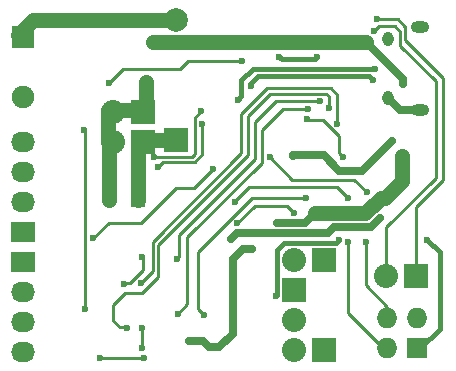
<source format=gbr>
G04 #@! TF.FileFunction,Copper,L2,Bot,Signal*
%FSLAX46Y46*%
G04 Gerber Fmt 4.6, Leading zero omitted, Abs format (unit mm)*
G04 Created by KiCad (PCBNEW 4.0.1-stable) date 24/03/2016 3:42:33 PM*
%MOMM*%
G01*
G04 APERTURE LIST*
%ADD10C,0.100000*%
%ADD11C,1.300000*%
%ADD12R,1.300000X1.300000*%
%ADD13C,1.998980*%
%ADD14R,1.998980X1.998980*%
%ADD15R,1.905000X1.905000*%
%ADD16C,1.905000*%
%ADD17R,2.032000X2.032000*%
%ADD18O,2.032000X2.032000*%
%ADD19O,0.950000X1.250000*%
%ADD20O,1.550000X1.000000*%
%ADD21R,2.032000X1.727200*%
%ADD22O,2.032000X1.727200*%
%ADD23R,1.727200X1.727200*%
%ADD24O,1.727200X1.727200*%
%ADD25C,0.600000*%
%ADD26C,0.635000*%
%ADD27C,1.270000*%
%ADD28C,0.400000*%
%ADD29C,0.250000*%
G04 APERTURE END LIST*
D10*
D11*
X87670000Y-111760000D03*
D12*
X90170000Y-111760000D03*
D13*
X93342460Y-96520000D03*
D14*
X93342460Y-106680000D03*
D15*
X80444800Y-97917000D03*
D16*
X80444800Y-102997000D03*
D17*
X105918000Y-124460000D03*
D18*
X103378000Y-124460000D03*
D19*
X111340460Y-103110300D03*
X111340460Y-98110300D03*
D20*
X114040460Y-104110300D03*
X114040460Y-97110300D03*
D21*
X80444800Y-114427000D03*
D22*
X80444800Y-111887000D03*
X80444800Y-109347000D03*
X80444800Y-106807000D03*
D23*
X113795000Y-124307600D03*
D24*
X111255000Y-124307600D03*
X113795000Y-121767600D03*
X111255000Y-121767600D03*
D17*
X105918000Y-116840000D03*
D18*
X103378000Y-116840000D03*
D21*
X80444800Y-116967000D03*
D22*
X80444800Y-119507000D03*
X80444800Y-122047000D03*
X80444800Y-124587000D03*
D17*
X113706100Y-118224300D03*
D18*
X111166100Y-118224300D03*
D17*
X103378000Y-119380000D03*
D18*
X103378000Y-121920000D03*
D17*
X90604800Y-106807000D03*
D18*
X88064800Y-106807000D03*
D17*
X90604800Y-104267000D03*
D18*
X88064800Y-104267000D03*
D25*
X112588500Y-101955600D03*
X91328700Y-98298000D03*
X112464800Y-107982000D03*
X105123440Y-112872520D03*
X101886498Y-113662460D03*
X111623300Y-106781600D03*
X103261620Y-108000800D03*
X102108000Y-99631500D03*
X105283000Y-99631500D03*
X94488000Y-123698000D03*
X99822000Y-115887500D03*
X85623400Y-120980200D03*
X85572600Y-105791000D03*
X110670800Y-113271300D03*
X98008900Y-115062000D03*
X114645900Y-115150900D03*
X90805000Y-101757598D03*
X107462780Y-108071920D03*
X104455420Y-104861360D03*
X98918220Y-99969320D03*
X87691420Y-101833680D03*
X103342900Y-112852200D03*
X98542300Y-113715800D03*
X107020820Y-105272840D03*
X90376200Y-118778020D03*
X106304540Y-103946960D03*
X89202720Y-122577860D03*
X105524760Y-103398320D03*
X93401340Y-116707920D03*
X104518920Y-104061260D03*
X93508020Y-121406920D03*
X99685300Y-102095300D03*
X110061200Y-101574600D03*
X110200900Y-100622100D03*
X98580400Y-103251000D03*
X95504000Y-104203500D03*
X91503500Y-108140500D03*
X95567500Y-105283000D03*
X91821000Y-108966000D03*
X96500140Y-109118400D03*
X86357920Y-114985800D03*
X107914800Y-115332000D03*
X107889800Y-111582000D03*
X98314800Y-111907000D03*
X101289800Y-108132000D03*
X109514800Y-111107000D03*
X109439800Y-115332000D03*
X104397000Y-111544100D03*
X95697500Y-121462800D03*
X107124500Y-115125500D03*
X101790500Y-119888000D03*
X110378700Y-96428560D03*
X110134860Y-97434400D03*
X90500200Y-122605800D03*
X90474800Y-124256800D03*
X88976200Y-118872000D03*
X90449400Y-116586000D03*
X90678000Y-125095000D03*
X86918800Y-125120400D03*
D26*
X112588500Y-101523800D02*
X112588500Y-101955600D01*
X109438900Y-98374200D02*
X112588500Y-101523800D01*
D27*
X91404900Y-98374200D02*
X109438900Y-98374200D01*
D26*
X91328700Y-98298000D02*
X91404900Y-98374200D01*
D27*
X105123440Y-112872520D02*
X109399280Y-112872520D01*
X112464800Y-110132000D02*
X112464800Y-107982000D01*
X111014800Y-111582000D02*
X112464800Y-110132000D01*
X110689800Y-111582000D02*
X111014800Y-111582000D01*
X109399280Y-112872520D02*
X110689800Y-111582000D01*
D26*
X104300480Y-113695480D02*
X105123440Y-112872520D01*
X101919518Y-113695480D02*
X104300480Y-113695480D01*
X101886498Y-113662460D02*
X101919518Y-113695480D01*
X114040460Y-104110300D02*
X112340460Y-104110300D01*
X112340460Y-104110300D02*
X111340460Y-103110300D01*
X109146800Y-109258100D02*
X111623300Y-106781600D01*
X107145280Y-109258100D02*
X109146800Y-109258100D01*
X105860040Y-107972860D02*
X107145280Y-109258100D01*
X103289560Y-107972860D02*
X105860040Y-107972860D01*
X103261620Y-108000800D02*
X103289560Y-107972860D01*
D28*
X102298500Y-99822000D02*
X102108000Y-99631500D01*
X105092500Y-99822000D02*
X102298500Y-99822000D01*
X105283000Y-99631500D02*
X105092500Y-99822000D01*
D26*
X95631000Y-123698000D02*
X94488000Y-123698000D01*
X96139000Y-124206000D02*
X95631000Y-123698000D01*
X97028000Y-124206000D02*
X96139000Y-124206000D01*
X98171000Y-123063000D02*
X97028000Y-124206000D01*
X98171000Y-116713000D02*
X98171000Y-123063000D01*
X99060000Y-115887500D02*
X98171000Y-116713000D01*
X99822000Y-115887500D02*
X99060000Y-115887500D01*
D29*
X85623400Y-105841800D02*
X85623400Y-120980200D01*
X85572600Y-105791000D02*
X85623400Y-105841800D01*
D26*
X109896100Y-114046000D02*
X110670800Y-113271300D01*
X106721100Y-114046000D02*
X109896100Y-114046000D01*
X106213100Y-114554000D02*
X106721100Y-114046000D01*
X98516900Y-114554000D02*
X106213100Y-114554000D01*
X98008900Y-115062000D02*
X98516900Y-114554000D01*
D28*
X113795000Y-124307600D02*
X114049000Y-124307600D01*
X114049000Y-124307600D02*
X115687300Y-122669300D01*
X115687300Y-122669300D02*
X115687300Y-116192300D01*
X115687300Y-116192300D02*
X114645900Y-115150900D01*
D27*
X90805000Y-101757598D02*
X90805000Y-103505000D01*
X90805000Y-103505000D02*
X90170000Y-104140000D01*
X87630000Y-104140000D02*
X90170000Y-104140000D01*
X87630000Y-106680000D02*
X87630000Y-104140000D01*
X87670000Y-111760000D02*
X87670000Y-106720000D01*
X87670000Y-106720000D02*
X87630000Y-106680000D01*
X90170000Y-106680000D02*
X93342460Y-106680000D01*
X90170000Y-111760000D02*
X90170000Y-106680000D01*
X93342460Y-96520000D02*
X81280000Y-96520000D01*
X81280000Y-96520000D02*
X80010000Y-97790000D01*
D29*
X107157980Y-107767120D02*
X107462780Y-108071920D01*
X107157980Y-106324400D02*
X107157980Y-107767120D01*
X105796540Y-104962960D02*
X107157980Y-106324400D01*
X104557020Y-104962960D02*
X105796540Y-104962960D01*
X104455420Y-104861360D02*
X104557020Y-104962960D01*
X94371620Y-99969320D02*
X98918220Y-99969320D01*
X93726460Y-100614480D02*
X94371620Y-99969320D01*
X88910620Y-100614480D02*
X93726460Y-100614480D01*
X87691420Y-101833680D02*
X88910620Y-100614480D01*
X102733300Y-112242600D02*
X103342900Y-112852200D01*
X100015500Y-112242600D02*
X102733300Y-112242600D01*
X98542300Y-113715800D02*
X100015500Y-112242600D01*
X107020820Y-102816660D02*
X107020820Y-105272840D01*
X106477260Y-102273100D02*
X107020820Y-102816660D01*
X101067060Y-102273100D02*
X106477260Y-102273100D01*
X98895360Y-104444800D02*
X101067060Y-102273100D01*
X98895360Y-107759500D02*
X98895360Y-104444800D01*
X91389660Y-115265200D02*
X98895360Y-107759500D01*
X91389660Y-117764560D02*
X91389660Y-115265200D01*
X90376200Y-118778020D02*
X91389660Y-117764560D01*
X106304540Y-102971600D02*
X106304540Y-103946960D01*
X106081020Y-102748080D02*
X106304540Y-102971600D01*
X101305820Y-102748080D02*
X106081020Y-102748080D01*
X99444000Y-104609900D02*
X101305820Y-102748080D01*
X99444000Y-107950000D02*
X99444000Y-104609900D01*
X91839662Y-115554338D02*
X99444000Y-107950000D01*
X91839662Y-118259438D02*
X91839662Y-115554338D01*
X90493040Y-119606060D02*
X91839662Y-118259438D01*
X89065560Y-119606060D02*
X90493040Y-119606060D01*
X88059720Y-120611900D02*
X89065560Y-119606060D01*
X88059720Y-121983500D02*
X88059720Y-120611900D01*
X88595660Y-122519440D02*
X88059720Y-121983500D01*
X89144300Y-122519440D02*
X88595660Y-122519440D01*
X89202720Y-122577860D02*
X89144300Y-122519440D01*
X101846840Y-103398320D02*
X105524760Y-103398320D01*
X100076460Y-105168700D02*
X101846840Y-103398320D01*
X100076460Y-108280200D02*
X100076460Y-105168700D01*
X93624860Y-114731800D02*
X100076460Y-108280200D01*
X93624860Y-116484400D02*
X93624860Y-114731800D01*
X93401340Y-116707920D02*
X93624860Y-116484400D01*
X102395480Y-104061260D02*
X104518920Y-104061260D01*
X100647960Y-105808780D02*
X102395480Y-104061260D01*
X100647960Y-108597700D02*
X100647960Y-105808780D01*
X94323360Y-114922300D02*
X100647960Y-108597700D01*
X94323360Y-120591580D02*
X94323360Y-114922300D01*
X93508020Y-121406920D02*
X94323360Y-120591580D01*
D28*
X99685300Y-101831702D02*
X99685300Y-102095300D01*
X100294900Y-101222102D02*
X99685300Y-101831702D01*
X109708702Y-101222102D02*
X100294900Y-101222102D01*
X110061200Y-101574600D02*
X109708702Y-101222102D01*
X99863100Y-100622100D02*
X110200900Y-100622100D01*
X98885200Y-101600000D02*
X99863100Y-100622100D01*
X98885200Y-102946200D02*
X98885200Y-101600000D01*
X98580400Y-103251000D02*
X98885200Y-102946200D01*
D29*
X94932500Y-104775000D02*
X95504000Y-104203500D01*
X94932500Y-107823000D02*
X94932500Y-104775000D01*
X94678500Y-108077000D02*
X94932500Y-107823000D01*
X91567000Y-108077000D02*
X94678500Y-108077000D01*
X91503500Y-108140500D02*
X91567000Y-108077000D01*
X95567500Y-107886500D02*
X95567500Y-105283000D01*
X94926998Y-108527002D02*
X95567500Y-107886500D01*
X92259998Y-108527002D02*
X94926998Y-108527002D01*
X91821000Y-108966000D02*
X92259998Y-108527002D01*
X94851680Y-110766860D02*
X96500140Y-109118400D01*
X93314980Y-110766860D02*
X94851680Y-110766860D01*
X90381280Y-113700560D02*
X93314980Y-110766860D01*
X87643160Y-113700560D02*
X90381280Y-113700560D01*
X86357920Y-114985800D02*
X87643160Y-113700560D01*
X111255000Y-124307600D02*
X110865400Y-124307600D01*
X110865400Y-124307600D02*
X107914800Y-121357000D01*
X107914800Y-121357000D02*
X107914800Y-115332000D01*
X107889800Y-111582000D02*
X106964800Y-110657000D01*
X106964800Y-110657000D02*
X99514800Y-110657000D01*
X99514800Y-110657000D02*
X98447171Y-111724629D01*
X98447171Y-111724629D02*
X98447171Y-111774629D01*
X98447171Y-111774629D02*
X98314800Y-111907000D01*
X111255000Y-121767600D02*
X111255000Y-120772200D01*
X103189800Y-110032000D02*
X101289800Y-108132000D01*
X108439800Y-110032000D02*
X103189800Y-110032000D01*
X109514800Y-111107000D02*
X108439800Y-110032000D01*
X109439800Y-118957000D02*
X109439800Y-115332000D01*
X111255000Y-120772200D02*
X109439800Y-118957000D01*
X99825000Y-111544100D02*
X104397000Y-111544100D01*
X95189500Y-116179600D02*
X99825000Y-111544100D01*
X95189500Y-120954800D02*
X95189500Y-116179600D01*
X95697500Y-121462800D02*
X95189500Y-120954800D01*
D28*
X106870500Y-115379500D02*
X107124500Y-115125500D01*
X102489000Y-115379500D02*
X106870500Y-115379500D01*
X101917500Y-115951000D02*
X102489000Y-115379500D01*
X101917500Y-119761000D02*
X101917500Y-115951000D01*
X101790500Y-119888000D02*
X101917500Y-119761000D01*
D29*
X113706100Y-118224300D02*
X113706100Y-112379760D01*
X112116060Y-96428560D02*
X110378700Y-96428560D01*
X112764182Y-97076682D02*
X112116060Y-96428560D01*
X112764182Y-98204442D02*
X112764182Y-97076682D01*
X116002260Y-101442520D02*
X112764182Y-98204442D01*
X116002260Y-110083600D02*
X116002260Y-101442520D01*
X113706100Y-112379760D02*
X116002260Y-110083600D01*
X111166100Y-118224300D02*
X111166100Y-114066320D01*
X110515860Y-97053400D02*
X110134860Y-97434400D01*
X111872220Y-97053400D02*
X110515860Y-97053400D01*
X112314180Y-97495360D02*
X111872220Y-97053400D01*
X112314180Y-98668840D02*
X112314180Y-97495360D01*
X115346940Y-101701600D02*
X112314180Y-98668840D01*
X115346940Y-109885480D02*
X115346940Y-101701600D01*
X111166100Y-114066320D02*
X115346940Y-109885480D01*
X90500200Y-124231400D02*
X90500200Y-122605800D01*
X90474800Y-124256800D02*
X90500200Y-124231400D01*
X89103200Y-118745000D02*
X88976200Y-118872000D01*
X89433400Y-118745000D02*
X89103200Y-118745000D01*
X90525600Y-117652800D02*
X89433400Y-118745000D01*
X90525600Y-116662200D02*
X90525600Y-117652800D01*
X90449400Y-116586000D02*
X90525600Y-116662200D01*
X86944200Y-125095000D02*
X90678000Y-125095000D01*
X86918800Y-125120400D02*
X86944200Y-125095000D01*
M02*

</source>
